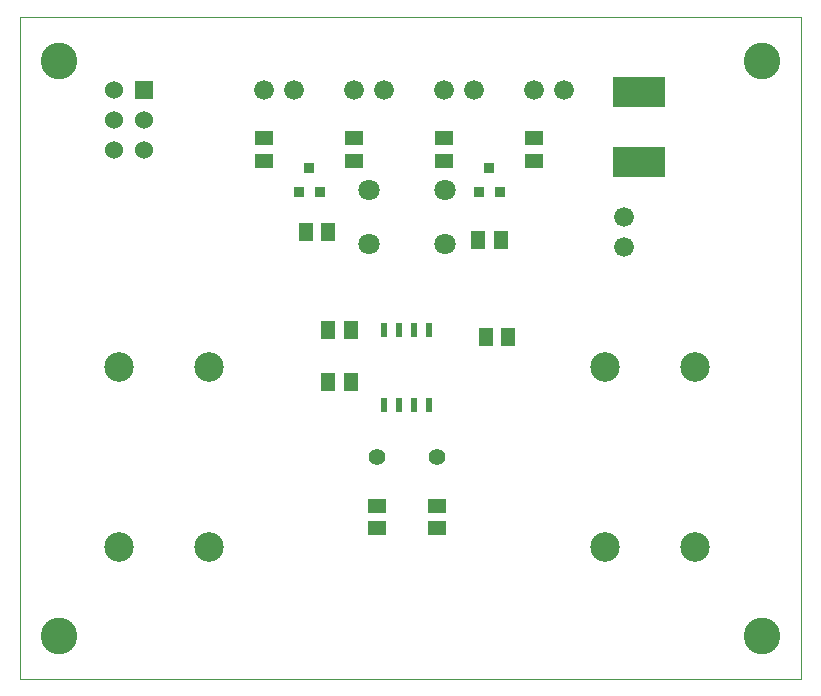
<source format=gts>
G04 (created by PCBNEW (2013-mar-13)-testing) date Sat 29 Mar 2014 06:27:09 PM CET*
%MOIN*%
G04 Gerber Fmt 3.4, Leading zero omitted, Abs format*
%FSLAX34Y34*%
G01*
G70*
G90*
G04 APERTURE LIST*
%ADD10C,0.005906*%
%ADD11C,0.003937*%
%ADD12C,0.070866*%
%ADD13C,0.122047*%
%ADD14C,0.098425*%
%ADD15R,0.060000X0.060000*%
%ADD16C,0.060000*%
%ADD17R,0.020000X0.045000*%
%ADD18R,0.051200X0.059000*%
%ADD19R,0.059000X0.051200*%
%ADD20R,0.036000X0.036000*%
%ADD21C,0.066000*%
%ADD22R,0.173200X0.100400*%
%ADD23C,0.056000*%
G04 APERTURE END LIST*
G54D10*
G54D11*
X33106Y-28346D02*
X33106Y-50393D01*
X59143Y-28346D02*
X33106Y-28346D01*
X59143Y-50393D02*
X59143Y-28346D01*
X33106Y-50393D02*
X59143Y-50393D01*
G54D12*
X44720Y-35885D03*
X44720Y-34114D03*
X47279Y-35885D03*
X47279Y-34114D03*
G54D13*
X34412Y-48956D03*
X57837Y-48956D03*
X34412Y-29783D03*
X57837Y-29783D03*
G54D14*
X39399Y-46000D03*
X36399Y-46000D03*
X55600Y-46000D03*
X52600Y-46000D03*
X52600Y-40000D03*
X55600Y-40000D03*
X36399Y-40000D03*
X39399Y-40000D03*
G54D15*
X37250Y-30750D03*
G54D16*
X36250Y-30750D03*
X37250Y-31750D03*
X36250Y-31750D03*
X37250Y-32750D03*
X36250Y-32750D03*
G54D17*
X45250Y-38750D03*
X45750Y-38750D03*
X46250Y-38750D03*
X46750Y-38750D03*
X46750Y-41250D03*
X46250Y-41250D03*
X45750Y-41250D03*
X45250Y-41250D03*
G54D18*
X43375Y-40500D03*
X44125Y-40500D03*
X49375Y-39000D03*
X48625Y-39000D03*
X42625Y-35500D03*
X43375Y-35500D03*
G54D19*
X41250Y-32375D03*
X41250Y-33125D03*
X44250Y-32375D03*
X44250Y-33125D03*
G54D18*
X48375Y-35750D03*
X49125Y-35750D03*
G54D19*
X47250Y-32375D03*
X47250Y-33125D03*
X50250Y-32375D03*
X50250Y-33125D03*
G54D20*
X43100Y-34150D03*
X42400Y-34150D03*
X42750Y-33350D03*
X49100Y-34150D03*
X48400Y-34150D03*
X48750Y-33350D03*
G54D21*
X53250Y-35000D03*
X53250Y-36000D03*
X42250Y-30750D03*
X41250Y-30750D03*
X45250Y-30750D03*
X44250Y-30750D03*
X48250Y-30750D03*
X47250Y-30750D03*
X51250Y-30750D03*
X50250Y-30750D03*
G54D18*
X44125Y-38750D03*
X43375Y-38750D03*
G54D19*
X47000Y-44625D03*
X47000Y-45375D03*
X45000Y-44625D03*
X45000Y-45375D03*
G54D22*
X53750Y-30819D03*
X53750Y-33181D03*
G54D23*
X45000Y-43000D03*
X47000Y-43000D03*
M02*

</source>
